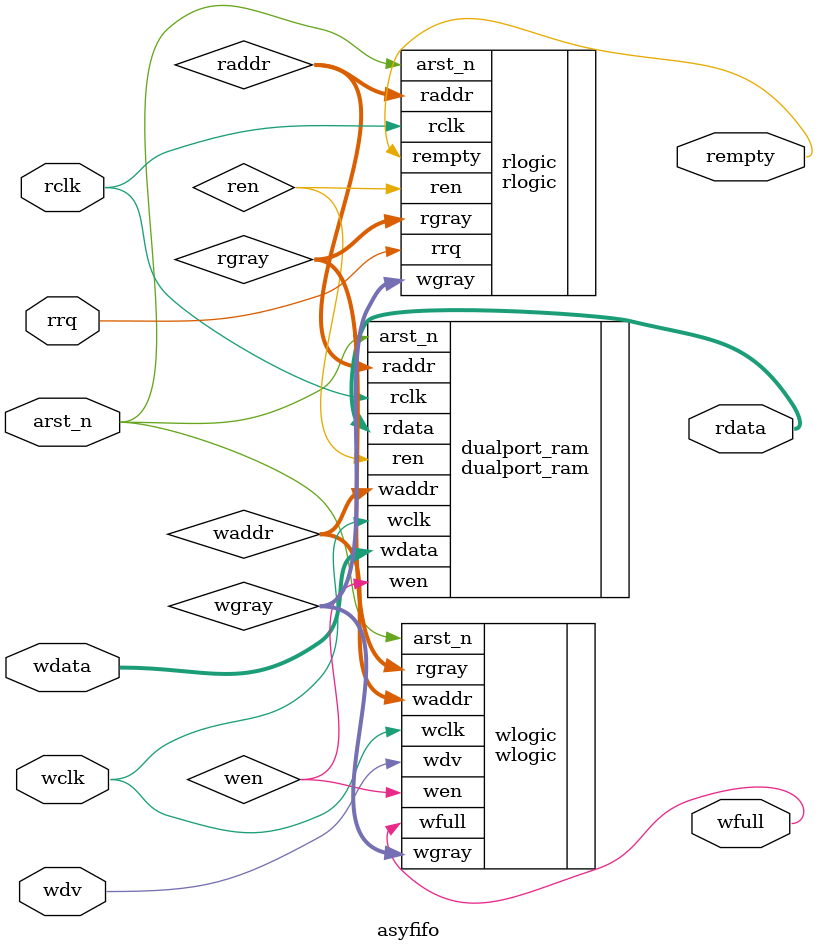
<source format=v>
module asyfifo #
(
    parameter     AWIDTH = 5,
    parameter     DWIDTH = 32
)
(
    input                   arst_n, // asynchronous reset

    input                   wclk,   // writing circuit's clock
    input                   wdv,    // data valid signal. Writing circuit must assert this signa to have the data registered
    input   [DWIDTH-1:0]    wdata,  // data to be written by the writing circuit
    output                  wfull,  // FIFO full indicator for the writing circuit

    input                   rclk,   // reading circuit's clock
    input                   rrq,    // data request signal. Reading circuit must assert this to indicate that it can accept the data on the data bus
    output  [DWIDTH-1:0]    rdata,  // data to be read by the reading circuit
    output                  rempty // FIFO empty indicator for the reading circuit
    //output                  rdv     // data valid signal. Reading circuit can safely register the data on the data bus
);


    // internal nets
    wire [AWIDTH:0]     rgray;
    wire [AWIDTH:0]     wgray;
    wire [AWIDTH-1:0]   waddr;
    wire [AWIDTH-1:0]   raddr;
    wire                wen;
    wire                ren;


// Write logic
wlogic  #(.AWIDTH(AWIDTH))
  wlogic
(
    .wclk       (wclk   ),
    .arst_n     (arst_n ),
    .wdv        (wdv    ),
    .rgray      (rgray  ),
    .wgray      (wgray  ),
    .waddr      (waddr  ),
    .wfull      (wfull  ),
    .wen        (wen    )
);

// Read logic
rlogic  #(.AWIDTH(AWIDTH))
  rlogic
(
    .rclk       (rclk   ),
    .arst_n     (arst_n ),
    .rrq        (rrq    ),
    .wgray      (wgray  ),
    .rgray      (rgray  ),
    .raddr      (raddr  ),
    .rempty     (rempty ),
    .ren        (ren    )
);


// Dual-port block RAM for FIFO buffer
dualport_ram  #(
    .AWIDTH(AWIDTH),
    .DWIDTH(DWIDTH)
)
  dualport_ram
(
    .arst_n  (arst_n  ),
    .wclk    (wclk    ),
    .wen     (wen     ),
    .waddr   (waddr   ),
    .wdata   (wdata   ),
    .rclk    (rclk    ),
    .raddr   (raddr   ),
    .rdata   (rdata   ),
    .ren     (ren     )
    //.rdv     (rdv     )
);


endmodule

</source>
